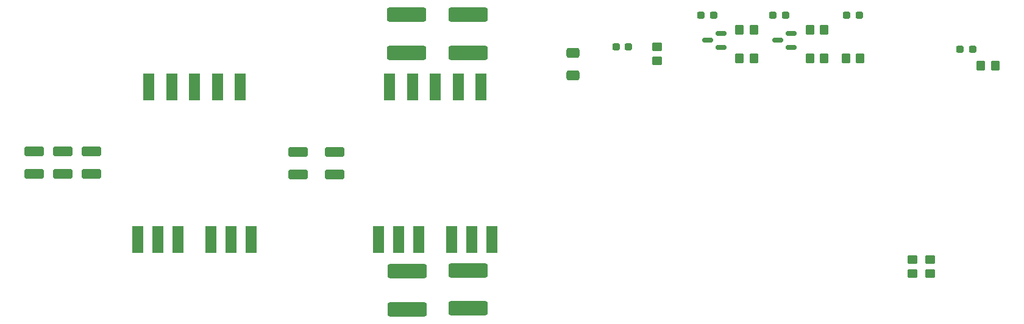
<source format=gbr>
%TF.GenerationSoftware,KiCad,Pcbnew,(6.0.10-0)*%
%TF.CreationDate,2023-02-08T11:04:04+05:30*%
%TF.ProjectId,dbe_dcdc,6462655f-6463-4646-932e-6b696361645f,rev?*%
%TF.SameCoordinates,Original*%
%TF.FileFunction,Paste,Top*%
%TF.FilePolarity,Positive*%
%FSLAX46Y46*%
G04 Gerber Fmt 4.6, Leading zero omitted, Abs format (unit mm)*
G04 Created by KiCad (PCBNEW (6.0.10-0)) date 2023-02-08 11:04:04*
%MOMM*%
%LPD*%
G01*
G04 APERTURE LIST*
G04 Aperture macros list*
%AMRoundRect*
0 Rectangle with rounded corners*
0 $1 Rounding radius*
0 $2 $3 $4 $5 $6 $7 $8 $9 X,Y pos of 4 corners*
0 Add a 4 corners polygon primitive as box body*
4,1,4,$2,$3,$4,$5,$6,$7,$8,$9,$2,$3,0*
0 Add four circle primitives for the rounded corners*
1,1,$1+$1,$2,$3*
1,1,$1+$1,$4,$5*
1,1,$1+$1,$6,$7*
1,1,$1+$1,$8,$9*
0 Add four rect primitives between the rounded corners*
20,1,$1+$1,$2,$3,$4,$5,0*
20,1,$1+$1,$4,$5,$6,$7,0*
20,1,$1+$1,$6,$7,$8,$9,0*
20,1,$1+$1,$8,$9,$2,$3,0*%
G04 Aperture macros list end*
%ADD10RoundRect,0.249999X-2.450001X0.737501X-2.450001X-0.737501X2.450001X-0.737501X2.450001X0.737501X0*%
%ADD11RoundRect,0.250000X-1.100000X0.412500X-1.100000X-0.412500X1.100000X-0.412500X1.100000X0.412500X0*%
%ADD12R,1.600000X3.750000*%
%ADD13RoundRect,0.249999X2.450001X-0.737501X2.450001X0.737501X-2.450001X0.737501X-2.450001X-0.737501X0*%
%ADD14RoundRect,0.250000X-0.450000X0.350000X-0.450000X-0.350000X0.450000X-0.350000X0.450000X0.350000X0*%
%ADD15RoundRect,0.250000X0.450000X-0.350000X0.450000X0.350000X-0.450000X0.350000X-0.450000X-0.350000X0*%
%ADD16RoundRect,0.250000X-0.350000X-0.450000X0.350000X-0.450000X0.350000X0.450000X-0.350000X0.450000X0*%
%ADD17RoundRect,0.237500X-0.287500X-0.237500X0.287500X-0.237500X0.287500X0.237500X-0.287500X0.237500X0*%
%ADD18RoundRect,0.250000X0.650000X-0.412500X0.650000X0.412500X-0.650000X0.412500X-0.650000X-0.412500X0*%
%ADD19RoundRect,0.150000X0.587500X0.150000X-0.587500X0.150000X-0.587500X-0.150000X0.587500X-0.150000X0*%
G04 APERTURE END LIST*
D10*
%TO.C,C8*%
X78550000Y-101662500D03*
X78550000Y-106937500D03*
%TD*%
D11*
%TO.C,C5*%
X63400000Y-85072500D03*
X63400000Y-88197500D03*
%TD*%
D12*
%TO.C,FL1*%
X41175000Y-97235000D03*
X43970000Y-97235000D03*
X46765000Y-97235000D03*
X51335000Y-97235000D03*
X54130000Y-97235000D03*
X56925000Y-97235000D03*
X55400000Y-75985000D03*
X52225000Y-75985000D03*
X49050000Y-75985000D03*
X45875000Y-75985000D03*
X42700000Y-75985000D03*
%TD*%
D13*
%TO.C,C4*%
X78500000Y-71217500D03*
X78500000Y-65942500D03*
%TD*%
D14*
%TO.C,R6*%
X148750000Y-100000000D03*
X148750000Y-102000000D03*
%TD*%
D10*
%TO.C,C9*%
X87000000Y-101562500D03*
X87000000Y-106837500D03*
%TD*%
D12*
%TO.C,FL2*%
X74625000Y-97235000D03*
X77420000Y-97235000D03*
X80215000Y-97235000D03*
X84785000Y-97235000D03*
X87580000Y-97235000D03*
X90375000Y-97235000D03*
X88850000Y-75985000D03*
X85675000Y-75985000D03*
X82500000Y-75985000D03*
X79325000Y-75985000D03*
X76150000Y-75985000D03*
%TD*%
D15*
%TO.C,R8*%
X113284000Y-72374000D03*
X113284000Y-70374000D03*
%TD*%
D11*
%TO.C,C7*%
X68530000Y-85070000D03*
X68530000Y-88195000D03*
%TD*%
D16*
%TO.C,R5*%
X139500000Y-72000000D03*
X141500000Y-72000000D03*
%TD*%
%TO.C,R1*%
X124750000Y-72000000D03*
X126750000Y-72000000D03*
%TD*%
%TO.C,R9*%
X158250000Y-73000000D03*
X160250000Y-73000000D03*
%TD*%
%TO.C,R4*%
X134500000Y-68000000D03*
X136500000Y-68000000D03*
%TD*%
D11*
%TO.C,C1*%
X26750000Y-84937500D03*
X26750000Y-88062500D03*
%TD*%
%TO.C,C3*%
X34750000Y-84937500D03*
X34750000Y-88062500D03*
%TD*%
D16*
%TO.C,R3*%
X134500000Y-72000000D03*
X136500000Y-72000000D03*
%TD*%
D17*
%TO.C,D5*%
X155375000Y-70750000D03*
X157125000Y-70750000D03*
%TD*%
%TO.C,D2*%
X129375000Y-66000000D03*
X131125000Y-66000000D03*
%TD*%
D18*
%TO.C,C10*%
X101600000Y-74375000D03*
X101600000Y-71250000D03*
%TD*%
D17*
%TO.C,D4*%
X107583000Y-70358000D03*
X109333000Y-70358000D03*
%TD*%
%TO.C,D1*%
X119375000Y-66000000D03*
X121125000Y-66000000D03*
%TD*%
D11*
%TO.C,C2*%
X30750000Y-84937500D03*
X30750000Y-88062500D03*
%TD*%
D14*
%TO.C,R7*%
X151250000Y-100000000D03*
X151250000Y-102000000D03*
%TD*%
D17*
%TO.C,D3*%
X139625000Y-66000000D03*
X141375000Y-66000000D03*
%TD*%
D16*
%TO.C,R2*%
X124750000Y-68000000D03*
X126750000Y-68000000D03*
%TD*%
D13*
%TO.C,C6*%
X87000000Y-71217500D03*
X87000000Y-65942500D03*
%TD*%
D19*
%TO.C,Q2*%
X131937500Y-70450000D03*
X131937500Y-68550000D03*
X130062500Y-69500000D03*
%TD*%
%TO.C,Q1*%
X122187500Y-70450000D03*
X122187500Y-68550000D03*
X120312500Y-69500000D03*
%TD*%
M02*

</source>
